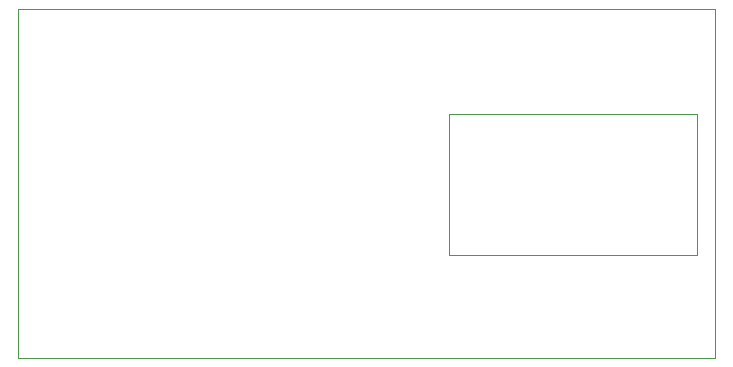
<source format=gbr>
%TF.GenerationSoftware,KiCad,Pcbnew,7.0.10*%
%TF.CreationDate,2024-02-11T01:36:44-05:00*%
%TF.ProjectId,RP2040_Count2,52503230-3430-45f4-936f-756e74322e6b,v2*%
%TF.SameCoordinates,Original*%
%TF.FileFunction,Profile,NP*%
%FSLAX46Y46*%
G04 Gerber Fmt 4.6, Leading zero omitted, Abs format (unit mm)*
G04 Created by KiCad (PCBNEW 7.0.10) date 2024-02-11 01:36:44*
%MOMM*%
%LPD*%
G01*
G04 APERTURE LIST*
%TA.AperFunction,Profile*%
%ADD10C,0.100000*%
%TD*%
%TA.AperFunction,Profile*%
%ADD11C,0.120000*%
%TD*%
G04 APERTURE END LIST*
D10*
X156950000Y-81350000D02*
X156950000Y-93350000D01*
X99500000Y-72500000D02*
X158500000Y-72500000D01*
X158500000Y-102000000D01*
X99500000Y-102000000D01*
X99500000Y-72500000D01*
D11*
%TO.C,U2*%
X135950000Y-81350000D02*
X135950000Y-93350000D01*
X135950000Y-93350000D02*
X156950000Y-93350000D01*
X156950000Y-81350000D02*
X135950000Y-81350000D01*
%TD*%
M02*

</source>
